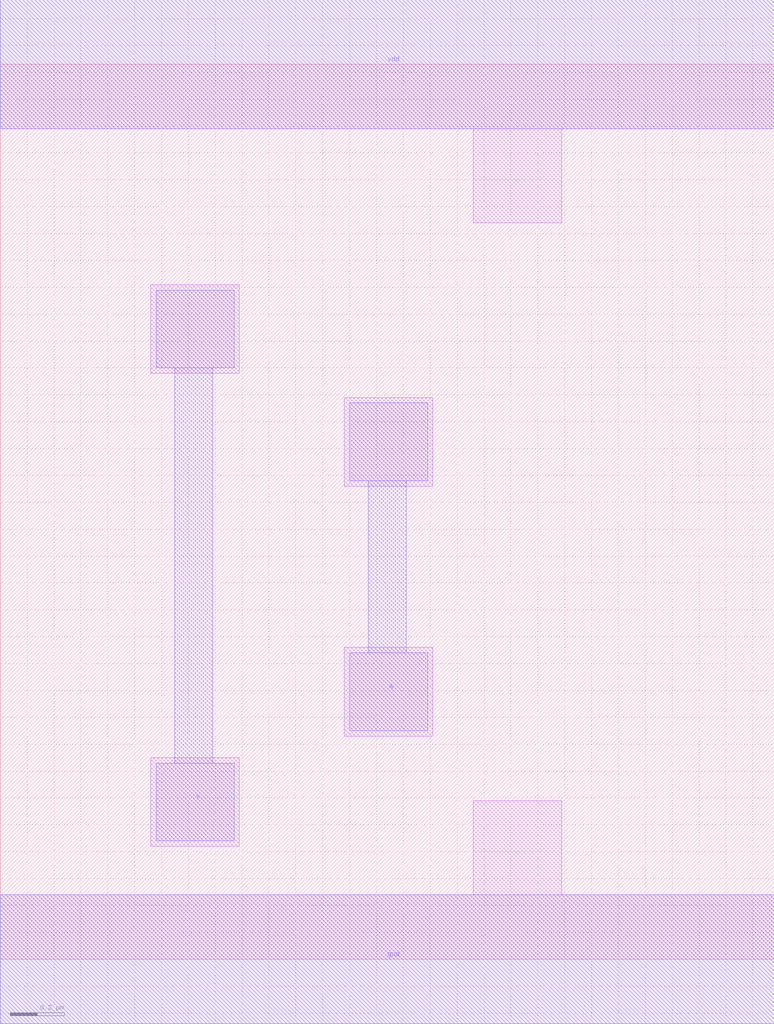
<source format=lef>
VERSION 5.7 ;
  NOWIREEXTENSIONATPIN ON ;
  DIVIDERCHAR "/" ;
  BUSBITCHARS "[]" ;
MACRO INVX2
  CLASS CORE ;
  FOREIGN INVX2 ;
  ORIGIN 0.000 0.000 ;
  SIZE 2.880 BY 3.330 ;
  SYMMETRY X Y R90 ;
  SITE unit ;
  PIN vdd
    DIRECTION INOUT ;
    USE POWER ;
    SHAPE ABUTMENT ;
    PORT
      LAYER met1 ;
        RECT 0.000 3.090 2.880 3.570 ;
    END
  END vdd
  PIN gnd
    DIRECTION INOUT ;
    USE GROUND ;
    SHAPE ABUTMENT ;
    PORT
      LAYER met1 ;
        RECT 0.000 -0.240 2.880 0.240 ;
    END
  END gnd
  PIN Y
    DIRECTION INOUT ;
    USE SIGNAL ;
    SHAPE ABUTMENT ;
    PORT
      LAYER met1 ;
        RECT 0.580 2.200 0.870 2.490 ;
        RECT 0.650 0.730 0.790 2.200 ;
        RECT 0.580 0.440 0.870 0.730 ;
    END
  END Y
  PIN A
    DIRECTION INOUT ;
    USE SIGNAL ;
    SHAPE ABUTMENT ;
    PORT
      LAYER met1 ;
        RECT 1.300 1.780 1.590 2.070 ;
        RECT 1.370 1.140 1.510 1.780 ;
        RECT 1.300 0.850 1.590 1.140 ;
    END
  END A
  OBS
      LAYER li1 ;
        RECT 0.000 3.090 2.880 3.570 ;
        RECT 1.760 2.740 2.090 3.090 ;
        RECT 0.560 2.180 0.890 2.510 ;
        RECT 1.280 1.760 1.610 2.090 ;
        RECT 1.280 0.830 1.610 1.160 ;
        RECT 0.560 0.420 0.890 0.750 ;
        RECT 1.760 0.240 2.090 0.590 ;
        RECT 0.000 -0.240 2.880 0.240 ;
  END
END INVX2
END LIBRARY


</source>
